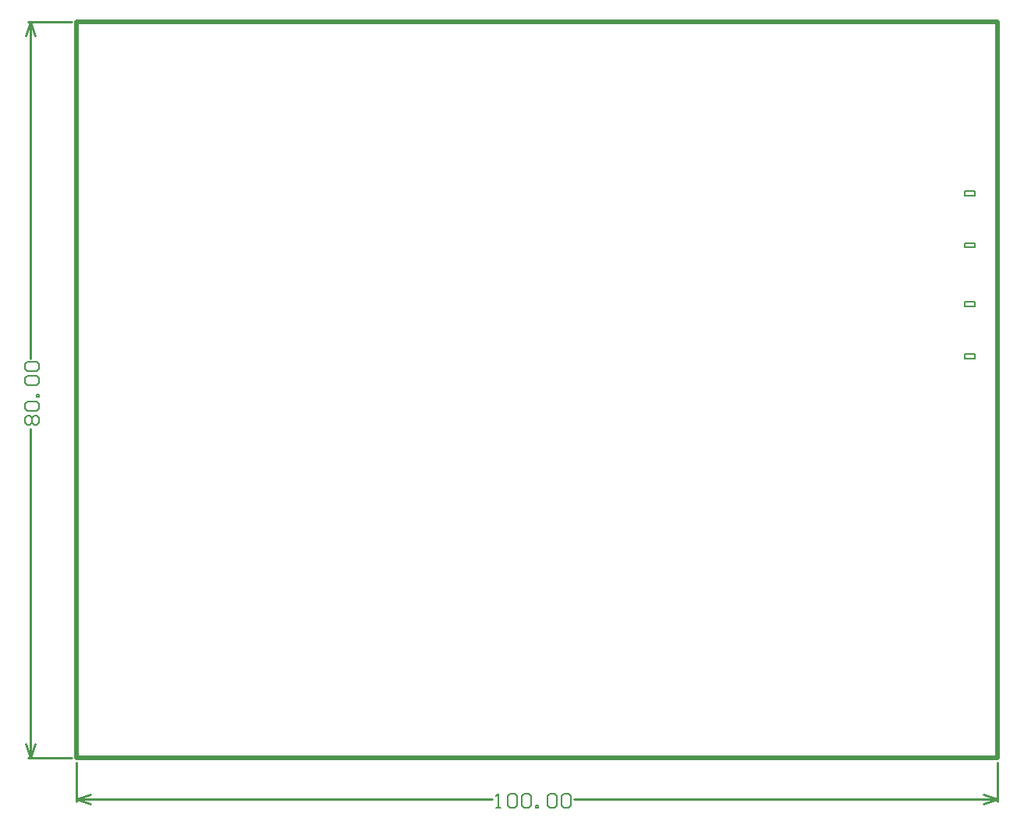
<source format=gm1>
G04*
G04 #@! TF.GenerationSoftware,Altium Limited,Altium Designer,18.1.9 (240)*
G04*
G04 Layer_Color=16711935*
%FSLAX24Y24*%
%MOIN*%
G70*
G01*
G75*
%ADD13C,0.0100*%
%ADD17C,0.0200*%
%ADD18C,0.0060*%
%ADD20C,0.0050*%
D13*
X-1950Y31496D02*
X-1750Y30896D01*
X-2150D02*
X-1950Y31496D01*
X-2150Y600D02*
X-1950Y-0D01*
X-1750Y600D01*
X-1950Y17098D02*
Y31496D01*
Y-0D02*
Y14078D01*
X-2050Y31496D02*
X-200D01*
X-2050Y-0D02*
X-200D01*
X0Y-1750D02*
X600Y-1550D01*
X0Y-1750D02*
X600Y-1950D01*
X38770D02*
X39370Y-1750D01*
X38770Y-1550D02*
X39370Y-1750D01*
X0D02*
X17766D01*
X21285D02*
X39370D01*
X0Y-1850D02*
Y-200D01*
X39370Y-1850D02*
Y-200D01*
X-1950Y31496D02*
X-1750Y30896D01*
X-2150D02*
X-1950Y31496D01*
X-2150Y600D02*
X-1950Y-0D01*
X-1750Y600D01*
X-1950Y17098D02*
Y31496D01*
Y-0D02*
Y14078D01*
X-2050Y31496D02*
X-200D01*
X-2050Y-0D02*
X-200D01*
X0Y-1750D02*
X600Y-1550D01*
X0Y-1750D02*
X600Y-1950D01*
X38770D02*
X39370Y-1750D01*
X38770Y-1550D02*
X39370Y-1750D01*
X0D02*
X17766D01*
X21285D02*
X39370D01*
X0Y-1850D02*
Y-200D01*
X39370Y-1850D02*
Y-200D01*
D17*
X0Y31496D02*
X39370D01*
X0Y-0D02*
X39370Y0D01*
X0Y0D02*
Y31496D01*
X39370Y-0D02*
X39370Y31496D01*
X0D02*
X39370D01*
X0Y-0D02*
X39370Y0D01*
X0Y0D02*
Y31496D01*
X39370Y-0D02*
X39370Y31496D01*
D18*
X-2090Y14238D02*
X-2190Y14338D01*
Y14538D01*
X-2090Y14638D01*
X-1990D01*
X-1890Y14538D01*
X-1790Y14638D01*
X-1690D01*
X-1590Y14538D01*
Y14338D01*
X-1690Y14238D01*
X-1790D01*
X-1890Y14338D01*
X-1990Y14238D01*
X-2090D01*
X-1890Y14338D02*
Y14538D01*
X-2090Y14838D02*
X-2190Y14938D01*
Y15138D01*
X-2090Y15238D01*
X-1690D01*
X-1590Y15138D01*
Y14938D01*
X-1690Y14838D01*
X-2090D01*
X-1590Y15438D02*
X-1690D01*
Y15538D01*
X-1590D01*
Y15438D01*
X-2090Y15938D02*
X-2190Y16038D01*
Y16238D01*
X-2090Y16338D01*
X-1690D01*
X-1590Y16238D01*
Y16038D01*
X-1690Y15938D01*
X-2090D01*
Y16538D02*
X-2190Y16638D01*
Y16838D01*
X-2090Y16938D01*
X-1690D01*
X-1590Y16838D01*
Y16638D01*
X-1690Y16538D01*
X-2090D01*
X17926Y-2110D02*
X18125D01*
X18026D01*
Y-1510D01*
X17926Y-1610D01*
X18425D02*
X18525Y-1510D01*
X18725D01*
X18825Y-1610D01*
Y-2010D01*
X18725Y-2110D01*
X18525D01*
X18425Y-2010D01*
Y-1610D01*
X19025D02*
X19125Y-1510D01*
X19325D01*
X19425Y-1610D01*
Y-2010D01*
X19325Y-2110D01*
X19125D01*
X19025Y-2010D01*
Y-1610D01*
X19625Y-2110D02*
Y-2010D01*
X19725D01*
Y-2110D01*
X19625D01*
X20125Y-1610D02*
X20225Y-1510D01*
X20425D01*
X20525Y-1610D01*
Y-2010D01*
X20425Y-2110D01*
X20225D01*
X20125Y-2010D01*
Y-1610D01*
X20725D02*
X20825Y-1510D01*
X21025D01*
X21125Y-1610D01*
Y-2010D01*
X21025Y-2110D01*
X20825D01*
X20725Y-2010D01*
Y-1610D01*
X-2090Y14238D02*
X-2190Y14338D01*
Y14538D01*
X-2090Y14638D01*
X-1990D01*
X-1890Y14538D01*
X-1790Y14638D01*
X-1690D01*
X-1590Y14538D01*
Y14338D01*
X-1690Y14238D01*
X-1790D01*
X-1890Y14338D01*
X-1990Y14238D01*
X-2090D01*
X-1890Y14338D02*
Y14538D01*
X-2090Y14838D02*
X-2190Y14938D01*
Y15138D01*
X-2090Y15238D01*
X-1690D01*
X-1590Y15138D01*
Y14938D01*
X-1690Y14838D01*
X-2090D01*
X-1590Y15438D02*
X-1690D01*
Y15538D01*
X-1590D01*
Y15438D01*
X-2090Y15938D02*
X-2190Y16038D01*
Y16238D01*
X-2090Y16338D01*
X-1690D01*
X-1590Y16238D01*
Y16038D01*
X-1690Y15938D01*
X-2090D01*
Y16538D02*
X-2190Y16638D01*
Y16838D01*
X-2090Y16938D01*
X-1690D01*
X-1590Y16838D01*
Y16638D01*
X-1690Y16538D01*
X-2090D01*
X17926Y-2110D02*
X18125D01*
X18026D01*
Y-1510D01*
X17926Y-1610D01*
X18425D02*
X18525Y-1510D01*
X18725D01*
X18825Y-1610D01*
Y-2010D01*
X18725Y-2110D01*
X18525D01*
X18425Y-2010D01*
Y-1610D01*
X19025D02*
X19125Y-1510D01*
X19325D01*
X19425Y-1610D01*
Y-2010D01*
X19325Y-2110D01*
X19125D01*
X19025Y-2010D01*
Y-1610D01*
X19625Y-2110D02*
Y-2010D01*
X19725D01*
Y-2110D01*
X19625D01*
X20125Y-1610D02*
X20225Y-1510D01*
X20425D01*
X20525Y-1610D01*
Y-2010D01*
X20425Y-2110D01*
X20225D01*
X20125Y-2010D01*
Y-1610D01*
X20725D02*
X20825Y-1510D01*
X21025D01*
X21125Y-1610D01*
Y-2010D01*
X21025Y-2110D01*
X20825D01*
X20725Y-2010D01*
Y-1610D01*
D20*
X38414Y19322D02*
Y19502D01*
X37974Y19322D02*
Y19502D01*
Y19322D02*
X38414D01*
X37974Y19502D02*
X38414D01*
Y17098D02*
Y17278D01*
X37974Y17098D02*
Y17278D01*
Y17098D02*
X38414D01*
X37974Y17278D02*
X38414D01*
Y24064D02*
Y24244D01*
X37974Y24064D02*
Y24244D01*
Y24064D02*
X38414D01*
X37974Y24244D02*
X38414D01*
Y21840D02*
Y22020D01*
X37974Y21840D02*
Y22020D01*
Y21840D02*
X38414D01*
X37974Y22020D02*
X38414D01*
Y19322D02*
Y19502D01*
X37974Y19322D02*
Y19502D01*
Y19322D02*
X38414D01*
X37974Y19502D02*
X38414D01*
Y17098D02*
Y17278D01*
X37974Y17098D02*
Y17278D01*
Y17098D02*
X38414D01*
X37974Y17278D02*
X38414D01*
Y24064D02*
Y24244D01*
X37974Y24064D02*
Y24244D01*
Y24064D02*
X38414D01*
X37974Y24244D02*
X38414D01*
Y21840D02*
Y22020D01*
X37974Y21840D02*
Y22020D01*
Y21840D02*
X38414D01*
X37974Y22020D02*
X38414D01*
M02*

</source>
